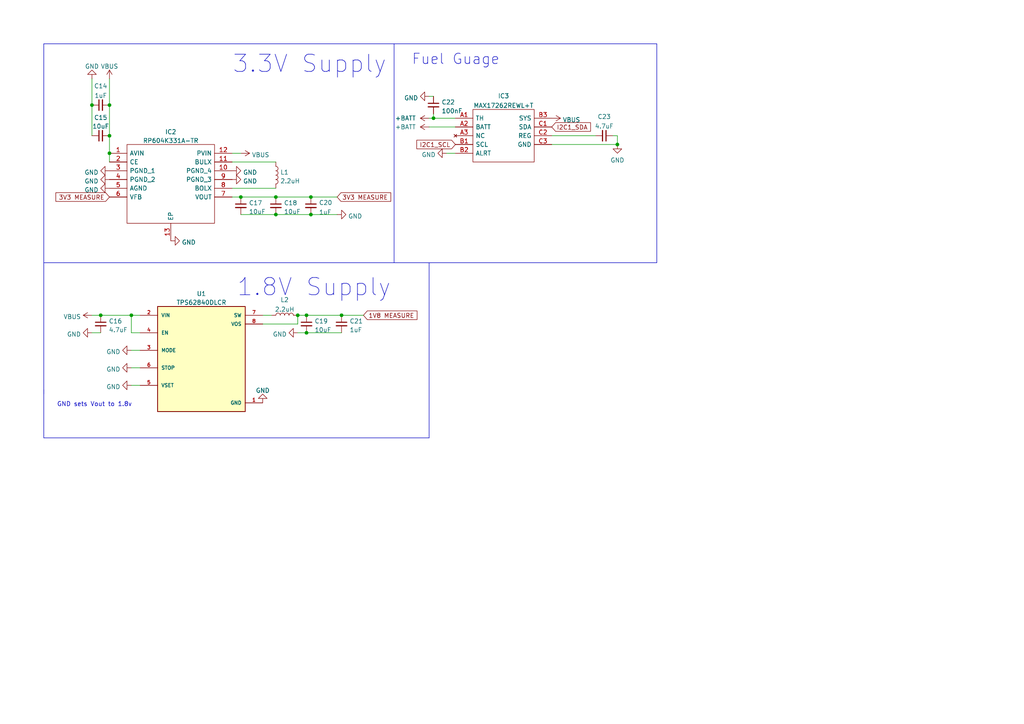
<source format=kicad_sch>
(kicad_sch (version 20230121) (generator eeschema)
  (paper "A4")
  (title_block (title "OBC Prototype Development Board") (date "2023-02-14") (rev "Rev1"))
  (lib_symbols
    (symbol "Device:C_Small" (pin_numbers hide) (pin_names (offset 0.254) hide)
      (property "Reference" "C" (at 0.254 1.778 0))
      (property "Value" "C_Small" (at 0.254 -2.032 0))
      (symbol "C_Small_0_1"
        (polyline (pts (xy -1.524 -0.508) (xy 1.524 -0.508)) (stroke (width 0.3302)))
        (polyline (pts (xy -1.524 0.508) (xy 1.524 0.508)) (stroke (width 0.3048)))
      )
      (symbol "C_Small_1_1"
        (pin passive line (at 0 2.54 270) (length 2.032) (name "~") (number "1"))
        (pin passive line (at 0 -2.54 90) (length 2.032) (name "~") (number "2"))
      )
    )
    (symbol "Device:L" (pin_numbers hide) (pin_names (offset 1.016) hide)
      (property "Reference" "L" (at -1.27 0 90))
      (property "Value" "L" (at 1.905 0 90))
      (symbol "L_0_1"
        (arc (start 0 -2.54) (mid 0.6323 -1.905) (end 0 -1.27))
        (arc (start 0 -1.27) (mid 0.6323 -0.635) (end 0 0))
        (arc (start 0 0) (mid 0.6323 0.635) (end 0 1.27))
        (arc (start 0 1.27) (mid 0.6323 1.905) (end 0 2.54))
      )
      (symbol "L_1_1"
        (pin passive line (at 0 3.81 270) (length 1.27) (name "1") (number "1"))
        (pin passive line (at 0 -3.81 90) (length 1.27) (name "2") (number "2"))
      )
    )
    (symbol "GND_1" (power) (pin_names (offset 0))
      (property "Value" "GND_1" (at 0 -3.81 0))
      (symbol "GND_1_0_1"
        (polyline (pts (xy 0 0) (xy 0 -1.27) (xy 1.27 -1.27) (xy 0 -2.54) (xy -1.27 -1.27) (xy 0 -1.27)))
      )
      (symbol "GND_1_1_1"
        (pin power_in line (at 0 0 270) (length 0) hide (name "GND") (number "1"))
      )
    )
    (symbol "GND_2" (power) (pin_names (offset 0))
      (property "Value" "GND_2" (at 0 -3.81 0))
      (symbol "GND_2_0_1"
        (polyline (pts (xy 0 0) (xy 0 -1.27) (xy 1.27 -1.27) (xy 0 -2.54) (xy -1.27 -1.27) (xy 0 -1.27)))
      )
      (symbol "GND_2_1_1"
        (pin power_in line (at 0 0 270) (length 0) hide (name "GND") (number "1"))
      )
    )
    (symbol "GND_3" (power) (pin_names (offset 0))
      (property "Value" "GND_3" (at 0 -3.81 0))
      (symbol "GND_3_0_1"
        (polyline (pts (xy 0 0) (xy 0 -1.27) (xy 1.27 -1.27) (xy 0 -2.54) (xy -1.27 -1.27) (xy 0 -1.27)))
      )
      (symbol "GND_3_1_1"
        (pin power_in line (at 0 0 270) (length 0) hide (name "GND") (number "1"))
      )
    )
    (symbol "GND_4" (power) (pin_names (offset 0))
      (property "Value" "GND_4" (at 0 -3.81 0))
      (symbol "GND_4_0_1"
        (polyline (pts (xy 0 0) (xy 0 -1.27) (xy 1.27 -1.27) (xy 0 -2.54) (xy -1.27 -1.27) (xy 0 -1.27)))
      )
      (symbol "GND_4_1_1"
        (pin power_in line (at 0 0 270) (length 0) hide (name "GND") (number "1"))
      )
    )
    (symbol "GND_5" (power) (pin_names (offset 0))
      (property "Value" "GND_5" (at 0 -3.81 0))
      (symbol "GND_5_0_1"
        (polyline (pts (xy 0 0) (xy 0 -1.27) (xy 1.27 -1.27) (xy 0 -2.54) (xy -1.27 -1.27) (xy 0 -1.27)))
      )
      (symbol "GND_5_1_1"
        (pin power_in line (at 0 0 270) (length 0) hide (name "GND") (number "1"))
      )
    )
    (symbol "GND_6" (power) (pin_names (offset 0))
      (property "Value" "GND_6" (at 0 -3.81 0))
      (symbol "GND_6_0_1"
        (polyline (pts (xy 0 0) (xy 0 -1.27) (xy 1.27 -1.27) (xy 0 -2.54) (xy -1.27 -1.27) (xy 0 -1.27)))
      )
      (symbol "GND_6_1_1"
        (pin power_in line (at 0 0 270) (length 0) hide (name "GND") (number "1"))
      )
    )
    (symbol "GND_7" (power) (pin_names (offset 0))
      (property "Value" "GND_7" (at 0 -3.81 0))
      (symbol "GND_7_0_1"
        (polyline (pts (xy 0 0) (xy 0 -1.27) (xy 1.27 -1.27) (xy 0 -2.54) (xy -1.27 -1.27) (xy 0 -1.27)))
      )
      (symbol "GND_7_1_1"
        (pin power_in line (at 0 0 270) (length 0) hide (name "GND") (number "1"))
      )
    )
    (symbol "MAX17262REWL+T:MAX17262REWL+T" (pin_names (offset 0.762))
      (property "Reference" "IC" (at 24.13 7.62 0))
      (property "Value" "MAX17262REWL+T" (at 24.13 5.08 0))
      (symbol "MAX17262REWL+T_0_0"
        (pin passive line (at 0 0 0) (length 5.08) (name "TH") (number "A1"))
        (pin passive line (at 0 -2.54 0) (length 5.08) (name "BATT") (number "A2"))
        (pin no_connect line (at 0 -5.08 0) (length 5.08) (name "NC") (number "A3"))
        (pin passive line (at 0 -7.62 0) (length 5.08) (name "SCL") (number "B1"))
        (pin passive line (at 0 -10.16 0) (length 5.08) (name "ALRT") (number "B2"))
        (pin passive line (at 27.94 0 180) (length 5.08) (name "SYS") (number "B3"))
        (pin passive line (at 27.94 -2.54 180) (length 5.08) (name "SDA") (number "C1"))
        (pin passive line (at 27.94 -5.08 180) (length 5.08) (name "REG") (number "C2"))
        (pin passive line (at 27.94 -7.62 180) (length 5.08) (name "GND") (number "C3"))
      )
      (symbol "MAX17262REWL+T_0_1"
        (polyline (pts (xy 5.08 2.54) (xy 22.86 2.54) (xy 22.86 -12.7) (xy 5.08 -12.7) (xy 5.08 2.54)) (stroke (width 0.1524)))
      )
    )
    (symbol "RP604K331A-TR:RP604K331A-TR" (pin_names (offset 0.762))
      (property "Reference" "IC" (at 31.75 7.62 0))
      (property "Value" "RP604K331A-TR" (at 31.75 5.08 0))
      (symbol "RP604K331A-TR_0_0"
        (pin passive line (at 0 0 0) (length 5.08) (name "AVIN") (number "1"))
        (pin passive line (at 35.56 -5.08 180) (length 5.08) (name "PGND_4") (number "10"))
        (pin passive line (at 35.56 -2.54 180) (length 5.08) (name "BULX") (number "11"))
        (pin passive line (at 35.56 0 180) (length 5.08) (name "PVIN") (number "12"))
        (pin passive line (at 17.78 -25.4 90) (length 5.08) (name "EP") (number "13"))
        (pin passive line (at 0 -2.54 0) (length 5.08) (name "CE") (number "2"))
        (pin passive line (at 0 -5.08 0) (length 5.08) (name "PGND_1") (number "3"))
        (pin passive line (at 0 -7.62 0) (length 5.08) (name "PGND_2") (number "4"))
        (pin passive line (at 0 -10.16 0) (length 5.08) (name "AGND") (number "5"))
        (pin passive line (at 0 -12.7 0) (length 5.08) (name "VFB") (number "6"))
        (pin passive line (at 35.56 -12.7 180) (length 5.08) (name "VOUT") (number "7"))
        (pin passive line (at 35.56 -10.16 180) (length 5.08) (name "BOLX") (number "8"))
        (pin passive line (at 35.56 -7.62 180) (length 5.08) (name "PGND_3") (number "9"))
      )
      (symbol "RP604K331A-TR_0_1"
        (polyline (pts (xy 5.08 2.54) (xy 30.48 2.54) (xy 30.48 -20.32) (xy 5.08 -20.32) (xy 5.08 2.54)) (stroke (width 0.1524)))
      )
    )
    (symbol "TPS62840DLCR:TPS62840DLCR" (pin_names (offset 1.016))
      (property "Reference" "U" (at -12.7 16.24 0))
      (property "Value" "TPS62840DLCR" (at -12.7 -19.24 0))
      (symbol "TPS62840DLCR_0_0"
        (rectangle (start -12.7 -15.24) (end 12.7 15.24) (stroke (width 0.254)) (fill (type background)))
        (pin power_in line (at 17.78 -12.7 180) (length 5.08) (name "GND") (number "1"))
        (pin power_in line (at -17.78 12.7 0) (length 5.08) (name "VIN") (number "2"))
        (pin input line (at -17.78 2.54 0) (length 5.08) (name "MODE") (number "3"))
        (pin input line (at -17.78 7.62 0) (length 5.08) (name "EN") (number "4"))
        (pin input line (at -17.78 -7.62 0) (length 5.08) (name "VSET") (number "5"))
        (pin input line (at -17.78 -2.54 0) (length 5.08) (name "STOP") (number "6"))
        (pin power_in line (at 17.78 12.7 180) (length 5.08) (name "SW") (number "7"))
        (pin input line (at 17.78 10.16 180) (length 5.08) (name "VOS") (number "8"))
      )
    )
    (symbol "VBUS_1" (power) (pin_names (offset 0))
      (property "Value" "VBUS_1" (at 0 3.81 0))
      (symbol "VBUS_1_0_1"
        (polyline (pts (xy -0.762 1.27) (xy 0 2.54)))
        (polyline (pts (xy 0 0) (xy 0 2.54)))
        (polyline (pts (xy 0 2.54) (xy 0.762 1.27)))
      )
      (symbol "VBUS_1_1_1"
        (pin power_in line (at 0 0 90) (length 0) hide (name "VBUS") (number "1"))
      )
    )
    (symbol "power:+BATT" (power) (pin_names (offset 0))
      (property "Value" "+BATT" (at 0 3.556 0))
      (symbol "+BATT_0_1"
        (polyline (pts (xy -0.762 1.27) (xy 0 2.54)))
        (polyline (pts (xy 0 0) (xy 0 2.54)))
        (polyline (pts (xy 0 2.54) (xy 0.762 1.27)))
      )
      (symbol "+BATT_1_1"
        (pin power_in line (at 0 0 90) (length 0) hide (name "+BATT") (number "1"))
      )
    )
    (symbol "power:GND" (power) (pin_names (offset 0))
      (property "Value" "GND" (at 0 -3.81 0))
      (symbol "GND_0_1"
        (polyline (pts (xy 0 0) (xy 0 -1.27) (xy 1.27 -1.27) (xy 0 -2.54) (xy -1.27 -1.27) (xy 0 -1.27)))
      )
      (symbol "GND_1_1"
        (pin power_in line (at 0 0 270) (length 0) hide (name "GND") (number "1"))
      )
    )
    (symbol "power:VBUS" (power) (pin_names (offset 0))
      (property "Value" "VBUS" (at 0 3.81 0))
      (symbol "VBUS_0_1"
        (polyline (pts (xy -0.762 1.27) (xy 0 2.54)))
        (polyline (pts (xy 0 0) (xy 0 2.54)))
        (polyline (pts (xy 0 2.54) (xy 0.762 1.27)))
      )
      (symbol "VBUS_1_1"
        (pin power_in line (at 0 0 90) (length 0) hide (name "VBUS") (number "1"))
      )
    )
  )
  (junction (at 90.17 57.15))
  (junction (at 88.9 96.52))
  (junction (at 31.75 30.48))
  (junction (at 31.75 39.37))
  (junction (at 80.01 62.23))
  (junction (at 29.21 91.44))
  (junction (at 38.1 91.44))
  (junction (at 86.36 91.44))
  (junction (at 88.9 91.44))
  (junction (at 90.17 62.23))
  (junction (at 99.06 91.44))
  (junction (at 31.75 44.45))
  (junction (at 80.01 57.15))
  (junction (at 26.67 30.48))
  (junction (at 69.85 57.15))
  (junction (at 125.73 34.29))
  (junction (at 179.07 41.91))
  (wire (pts (xy 31.75 44.45) (xy 31.75 39.37)))
  (wire (pts (xy 88.9 91.44) (xy 99.06 91.44)))
  (polyline (pts (xy 114.3 12.7) (xy 190.5 12.7)))
  (wire (pts (xy 29.21 91.44) (xy 38.1 91.44)))
  (polyline (pts (xy 114.3 76.2) (xy 124.46 76.2)))
  (wire (pts (xy 86.36 96.52) (xy 88.9 96.52)))
  (wire (pts (xy 129.54 44.45) (xy 132.08 44.45)))
  (wire (pts (xy 179.07 41.91) (xy 179.07 39.37)))
  (wire (pts (xy 67.31 57.15) (xy 69.85 57.15)))
  (wire (pts (xy 160.02 39.37) (xy 172.72 39.37)))
  (wire (pts (xy 80.01 46.99) (xy 67.31 46.99)))
  (wire (pts (xy 99.06 91.44) (xy 105.41 91.44)))
  (polyline (pts (xy 190.5 76.2) (xy 124.46 76.2)))
  (wire (pts (xy 90.17 57.15) (xy 97.79 57.15)))
  (wire (pts (xy 38.1 101.6) (xy 40.64 101.6)))
  (wire (pts (xy 80.01 62.23) (xy 69.85 62.23)))
  (wire (pts (xy 80.01 54.61) (xy 67.31 54.61)))
  (wire (pts (xy 38.1 91.44) (xy 40.64 91.44)))
  (polyline (pts (xy 12.7 127) (xy 12.7 113.03)))
  (wire (pts (xy 31.75 39.37) (xy 31.75 30.48)))
  (wire (pts (xy 38.1 106.68) (xy 40.64 106.68)))
  (polyline (pts (xy 12.7 76.2) (xy 114.3 76.2)))
  (wire (pts (xy 125.73 34.29) (xy 132.08 34.29)))
  (wire (pts (xy 38.1 96.52) (xy 40.64 96.52)))
  (wire (pts (xy 88.9 96.52) (xy 99.06 96.52)))
  (polyline (pts (xy 12.7 12.7) (xy 114.3 12.7)))
  (wire (pts (xy 38.1 111.76) (xy 40.64 111.76)))
  (wire (pts (xy 124.46 36.83) (xy 132.08 36.83)))
  (wire (pts (xy 38.1 91.44) (xy 38.1 96.52)))
  (wire (pts (xy 179.07 39.37) (xy 177.8 39.37)))
  (wire (pts (xy 80.01 57.15) (xy 90.17 57.15)))
  (wire (pts (xy 90.17 62.23) (xy 80.01 62.23)))
  (polyline (pts (xy 124.46 76.2) (xy 124.46 127)))
  (wire (pts (xy 69.85 44.45) (xy 67.31 44.45)))
  (wire (pts (xy 26.67 91.44) (xy 29.21 91.44)))
  (wire (pts (xy 97.79 62.23) (xy 90.17 62.23)))
  (wire (pts (xy 31.75 30.48) (xy 31.75 22.86)))
  (polyline (pts (xy 12.7 12.7) (xy 12.7 76.2)))
  (wire (pts (xy 86.36 93.98) (xy 86.36 91.44)))
  (wire (pts (xy 31.75 46.99) (xy 31.75 44.45)))
  (wire (pts (xy 86.36 91.44) (xy 88.9 91.44)))
  (polyline (pts (xy 12.7 114.3) (xy 12.7 76.2)))
  (wire (pts (xy 160.02 41.91) (xy 179.07 41.91)))
  (polyline (pts (xy 114.3 76.2) (xy 114.3 12.7)))
  (wire (pts (xy 26.67 30.48) (xy 26.67 39.37)))
  (polyline (pts (xy 190.5 12.7) (xy 190.5 76.2)))
  (wire (pts (xy 125.73 27.94) (xy 124.46 27.94)))
  (wire (pts (xy 125.73 33.02) (xy 125.73 34.29)))
  (wire (pts (xy 26.67 22.86) (xy 26.67 30.48)))
  (wire (pts (xy 76.2 93.98) (xy 86.36 93.98)))
  (wire (pts (xy 124.46 34.29) (xy 125.73 34.29)))
  (wire (pts (xy 26.67 96.52) (xy 29.21 96.52)))
  (wire (pts (xy 69.85 57.15) (xy 80.01 57.15)))
  (wire (pts (xy 76.2 91.44) (xy 78.74 91.44)))
  (polyline (pts (xy 124.46 127) (xy 12.7 127)))
  (text "3.3V Supply" (at 67.31 21.59 0) (effects (font (size 5 5)) (justify left bottom)))
  (text "1.8V Supply" (at 68.58 86.36 0) (effects (font (size 5 5)) (justify left bottom)))
  (text "GND sets Vout to 1.8v" (at 16.51 118.11 0) (effects (font (size 1.27 1.27)) (justify left bottom)))
  (text "Fuel Guage" (at 119.38 19.05 0) (effects (font (size 3 3)) (justify left bottom)))
  (global_label "I2C1_SCL" (shape input) (at 132.08 41.91 180) (property "Intersheetrefs" "${INTERSHEET_REFS}" (effects hide)))
  (global_label "1V8 MEASURE" (shape input) (at 105.41 91.44 0) (property "Intersheetrefs" "${INTERSHEET_REFS}" (effects hide)))
  (global_label "3V3 MEASURE" (shape input) (at 31.75 57.15 180) (property "Intersheetrefs" "${INTERSHEET_REFS}" (effects hide)))
  (global_label "I2C1_SDA" (shape input) (at 160.02 36.83 0) (property "Intersheetrefs" "${INTERSHEET_REFS}" (effects hide)))
  (global_label "3V3 MEASURE" (shape input) (at 97.79 57.15 0) (property "Intersheetrefs" "${INTERSHEET_REFS}" (effects hide)))
  (symbol (lib_name "GND_6") (lib_id "power:GND") (at 38.1 111.76 270) (unit 1)
    (property "Reference" "#PWR0139" (effects hide))
    (property "Value" "GND" (at 34.9251 112.1938 90) (effects (justify right)))
  )
  (symbol (lib_id "power:GND") (at 97.79 62.23 90) (unit 1)
    (property "Reference" "#PWR0152" (effects hide))
    (property "Value" "GND" (at 100.965 62.709 90) (effects (justify right)))
  )
  (symbol (lib_id "power:GND") (at 179.07 41.91 0) (unit 1)
    (property "Reference" "#PWR0131" (effects hide))
    (property "Value" "GND" (at 179.07 46.4725 0))
  )
  (symbol (lib_name "GND_5") (lib_id "power:GND") (at 38.1 106.68 270) (unit 1)
    (property "Reference" "#PWR0147" (effects hide))
    (property "Value" "GND" (at 34.9251 107.1138 90) (effects (justify right)))
  )
  (symbol (lib_id "Device:C_Small") (at 69.85 59.69 0) (unit 1)
    (property "Reference" "C17" (at 72.1741 58.8616 0) (effects (justify left)))
    (property "Value" "10uF" (at 72.1741 61.3985 0) (effects (justify left)))
    (property "Footprint" "Capacitor_SMD:C_0402_1005Metric" (effects hide))
  )
  (symbol (lib_id "Device:L") (at 82.55 91.44 90) (unit 1)
    (property "Reference" "L2" (at 82.55 86.9655 90))
    (property "Value" "2.2uH" (at 82.55 89.7406 90))
    (property "Footprint" "Inductor_SMD:L_1008_2520Metric" (effects hide))
  )
  (symbol (lib_id "power:GND") (at 26.67 22.86 180) (unit 1)
    (property "Reference" "#PWR0137" (effects hide))
    (property "Value" "GND" (at 26.67 19.2555 0))
  )
  (symbol (lib_id "power:GND") (at 49.53 69.85 90) (unit 1)
    (property "Reference" "#PWR0143" (effects hide))
    (property "Value" "GND" (at 52.705 70.2838 90) (effects (justify right)))
  )
  (symbol (lib_id "power:VBUS") (at 69.85 44.45 270) (unit 1)
    (property "Reference" "#PWR0136" (effects hide))
    (property "Value" "VBUS" (at 73.025 44.929 90) (effects (justify left)))
  )
  (symbol (lib_id "Device:C_Small") (at 29.21 30.48 90) (unit 1)
    (property "Reference" "C14" (at 29.2163 24.9514 90))
    (property "Value" "1uF" (at 29.2163 27.7265 90))
    (property "Footprint" "Capacitor_SMD:C_0402_1005Metric" (effects hide))
  )
  (symbol (lib_id "Device:L") (at 80.01 50.8 0) (unit 1)
    (property "Reference" "L1" (at 81.28 49.9653 0) (effects (justify left)))
    (property "Value" "2.2uH" (at 81.28 52.5022 0) (effects (justify left)))
    (property "Footprint" "Inductor_SMD:L_1008_2520Metric" (effects hide))
  )
  (symbol (lib_id "power:GND") (at 67.31 52.07 90) (unit 1)
    (property "Reference" "#PWR0151" (effects hide))
    (property "Value" "GND" (at 70.485 52.549 90) (effects (justify right)))
  )
  (symbol (lib_id "power:VBUS") (at 31.75 22.86 0) (unit 1)
    (property "Reference" "#PWR0138" (effects hide))
    (property "Value" "VBUS" (at 31.75 19.2555 0))
  )
  (symbol (lib_id "Device:C_Small") (at 80.01 59.69 0) (unit 1)
    (property "Reference" "C18" (at 82.3341 58.8616 0) (effects (justify left)))
    (property "Value" "10uF" (at 82.3341 61.3985 0) (effects (justify left)))
    (property "Footprint" "Capacitor_SMD:C_0402_1005Metric" (effects hide))
  )
  (symbol (lib_id "power:GND") (at 31.75 52.07 270) (unit 1)
    (property "Reference" "#PWR0142" (effects hide))
    (property "Value" "GND" (at 28.5751 52.549 90) (effects (justify right)))
  )
  (symbol (lib_name "GND_1") (lib_id "power:GND") (at 76.2 116.84 180) (unit 1)
    (property "Reference" "#PWR0149" (effects hide))
    (property "Value" "GND" (at 76.2 113.2642 0))
  )
  (symbol (lib_id "Device:C_Small") (at 90.17 59.69 0) (unit 1)
    (property "Reference" "C20" (at 92.4941 58.7878 0) (effects (justify left)))
    (property "Value" "1uF" (at 92.4941 61.5629 0) (effects (justify left)))
    (property "Footprint" "Capacitor_SMD:C_0402_1005Metric" (effects hide))
  )
  (symbol (lib_id "power:GND") (at 31.75 49.53 270) (unit 1)
    (property "Reference" "#PWR0141" (effects hide))
    (property "Value" "GND" (at 28.5751 50.009 90) (effects (justify right)))
  )
  (symbol (lib_name "GND_7") (lib_id "power:GND") (at 129.54 44.45 270) (unit 1)
    (property "Reference" "#PWR0255" (effects hide))
    (property "Value" "GND" (at 126.3651 44.8838 90) (effects (justify right)))
  )
  (symbol (lib_name "VBUS_1") (lib_id "power:VBUS") (at 26.67 91.44 90) (unit 1)
    (property "Reference" "#PWR0145" (effects hide))
    (property "Value" "VBUS" (at 23.495 91.8738 90) (effects (justify left)))
  )
  (symbol (lib_id "Device:C_Small") (at 29.21 93.98 0) (unit 1)
    (property "Reference" "C16" (at 31.5341 93.1516 0) (effects (justify left)))
    (property "Value" "4.7uF" (at 31.5341 95.6885 0) (effects (justify left)))
    (property "Footprint" "Capacitor_SMD:C_0402_1005Metric" (effects hide))
  )
  (symbol (lib_id "Device:C_Small") (at 125.73 30.48 0) (unit 1)
    (property "Reference" "C22" (at 128.0541 29.6516 0) (effects (justify left)))
    (property "Value" "100nF" (at 128.0541 32.1885 0) (effects (justify left)))
    (property "Footprint" "Capacitor_SMD:C_0402_1005Metric" (effects hide))
  )
  (symbol (lib_id "MAX17262REWL+T:MAX17262REWL+T") (at 132.08 34.29 0) (unit 1)
    (property "Reference" "IC3" (at 146.05 27.8343 0))
    (property "Value" "MAX17262REWL+T" (at 146.05 30.6094 0))
    (property "Footprint" "MAX17262REWL+T:BGA9C40P3X3_147X145X69" (effects hide))
    (property "Datasheet" "https://datasheets.maximintegrated.com/en/ds/MAX17262.pdf" (effects hide))
    (property "Description" "Battery Management 5.2 A 1-Cell Fuel Gauge with ModelGauge m5 EZ and Internal CurrentSensing" (effects hide))
    (property "Height" "0.69" (effects hide))
    (property "Mouser Part Number" "700-MAX17262REWL+T" (effects hide))
    (property "Mouser Price/Stock" "https://www.mouser.co.uk/ProductDetail/Maxim-Integrated/MAX17262REWL%2bT?qs=byeeYqUIh0N%2Fwt%2FPHEGinQ%3D%3D" (effects hide))
    (property "Manufacturer_Name" "Analog Devices" (effects hide))
    (property "Manufacturer_Part_Number" "MAX17262REWL+T" (effects hide))
  )
  (symbol (lib_id "Device:C_Small") (at 88.9 93.98 0) (unit 1)
    (property "Reference" "C19" (at 91.2241 93.1516 0) (effects (justify left)))
    (property "Value" "10uF" (at 91.2241 95.6885 0) (effects (justify left)))
    (property "Footprint" "Capacitor_SMD:C_0402_1005Metric" (effects hide))
  )
  (symbol (lib_id "power:GND") (at 124.46 27.94 270) (unit 1)
    (property "Reference" "#PWR0134" (effects hide))
    (property "Value" "GND" (at 121.2851 28.419 90) (effects (justify right)))
  )
  (symbol (lib_id "power:+BATT") (at 124.46 36.83 90) (unit 1)
    (property "Reference" "#PWR0133" (effects hide))
    (property "Value" "+BATT" (at 120.65 36.83 90) (effects (justify left)))
  )
  (symbol (lib_id "Device:C_Small") (at 99.06 93.98 0) (unit 1)
    (property "Reference" "C21" (at 101.3841 93.1516 0) (effects (justify left)))
    (property "Value" "1uF" (at 101.3841 95.6885 0) (effects (justify left)))
    (property "Footprint" "Capacitor_SMD:C_0402_1005Metric" (effects hide))
  )
  (symbol (lib_name "GND_4") (lib_id "power:GND") (at 38.1 101.6 270) (unit 1)
    (property "Reference" "#PWR0148" (effects hide))
    (property "Value" "GND" (at 34.9251 102.0338 90) (effects (justify right)))
  )
  (symbol (lib_id "power:GND") (at 31.75 54.61 270) (unit 1)
    (property "Reference" "#PWR0140" (effects hide))
    (property "Value" "GND" (at 28.5751 55.089 90) (effects (justify right)))
  )
  (symbol (lib_id "RP604K331A-TR:RP604K331A-TR") (at 31.75 44.45 0) (unit 1)
    (property "Reference" "IC2" (at 49.53 38.261 0))
    (property "Value" "RP604K331A-TR" (at 49.53 40.7979 0))
    (property "Footprint" "RP604K331A-TR:SON50P270X300X60-13N" (effects hide))
    (property "Datasheet" "https://www.nisshinbo-microdevices.co.jp/en/pdf/datasheet/rp604-ea.pdf" (effects hide))
    (property "Description" "Switching Voltage Regulators (IQ =0.3 uA)" (effects hide))
    (property "Height" "0.6" (effects hide))
    (property "Mouser Part Number" "848-RP604K331A-TR" (effects hide))
    (property "Mouser Price/Stock" "https://www.mouser.co.uk/ProductDetail/Nisshinbo/RP604K331A-TR?qs=XFmntM7Yc9fdPHCTUNyXbQ%3D%3D" (effects hide))
    (property "Manufacturer_Name" "Nisshinbo" (effects hide))
    (property "Manufacturer_Part_Number" "RP604K331A-TR" (effects hide))
  )
  (symbol (lib_id "power:VBUS") (at 160.02 34.29 270) (unit 1)
    (property "Reference" "#PWR0132" (effects hide))
    (property "Value" "VBUS" (at 163.195 34.769 90) (effects (justify left)))
  )
  (symbol (lib_id "Device:C_Small") (at 29.21 39.37 90) (unit 1)
    (property "Reference" "C15" (at 29.2163 34.1081 90))
    (property "Value" "10uF" (at 29.2163 36.645 90))
    (property "Footprint" "Capacitor_SMD:C_0402_1005Metric" (effects hide))
  )
  (symbol (lib_name "GND_2") (lib_id "power:GND") (at 86.36 96.52 270) (unit 1)
    (property "Reference" "#PWR0144" (effects hide))
    (property "Value" "GND" (at 83.1851 96.9538 90) (effects (justify right)))
  )
  (symbol (lib_id "power:+BATT") (at 124.46 34.29 90) (unit 1)
    (property "Reference" "#PWR0135" (effects hide))
    (property "Value" "+BATT" (at 120.65 34.29 90) (effects (justify left)))
  )
  (symbol (lib_name "GND_3") (lib_id "power:GND") (at 26.67 96.52 270) (unit 1)
    (property "Reference" "#PWR0146" (effects hide))
    (property "Value" "GND" (at 23.4951 96.9538 90) (effects (justify right)))
  )
  (symbol (lib_id "TPS62840DLCR:TPS62840DLCR") (at 58.42 104.14 0) (unit 1)
    (property "Reference" "U1" (at 58.42 85.2002 0))
    (property "Value" "TPS62840DLCR" (at 58.42 87.7371 0))
    (property "Footprint" "TPS62840DLCR:SON50P200X150X100-8N" (effects hide))
    (property "MOUSER-PURCHASE-URL" "https://snapeda.com/shop?store=Mouser&id=4216699" (effects hide))
    (property "MF" "Texas Instruments" (effects hide))
    (property "AVAILABILITY" "Warning" (effects hide))
    (property "MP" "TPS62840DLCR" (effects hide))
    (property "PRICE" "None" (effects hide))
    (property "DESCRIPTION" "60-nA IQ, 1.8-V to 6.5-VIN, high-efficiency 750-mA step-down converter 8-VSON-HR -40 to 125" (effects hide))
    (property "PACKAGE" "VSON-HR-8 Texas Instruments" (effects hide))
    (property "TEXAS_INSTRUMENTS-PURCHASE-URL" "https://snapeda.com/shop?store=Texas+Instruments&id=4216699" (effects hide))
  )
  (symbol (lib_id "Device:C_Small") (at 175.26 39.37 270) (unit 1)
    (property "Reference" "C23" (at 175.2536 33.8414 90))
    (property "Value" "4.7uF" (at 175.2536 36.6165 90))
    (property "Footprint" "Capacitor_SMD:C_0402_1005Metric" (effects hide))
  )
  (symbol (lib_id "power:GND") (at 67.31 49.53 90) (unit 1)
    (property "Reference" "#PWR0150" (effects hide))
    (property "Value" "GND" (at 70.485 50.009 90) (effects (justify right)))
  )
)
</source>
